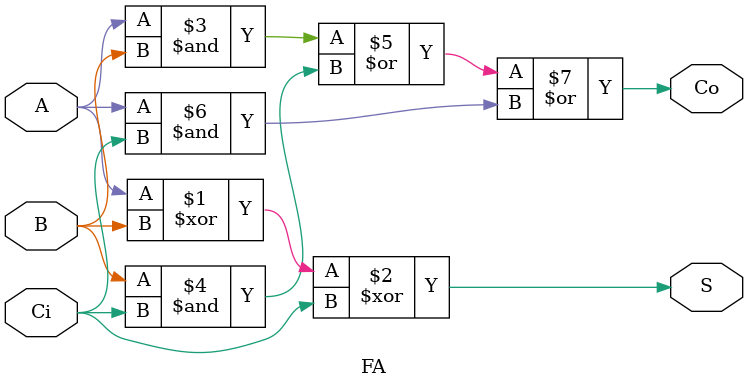
<source format=sv>
`timescale 1ns / 1ps

//////////////////////////////////////////////////////////////////////////////////

 //CSA with no distincguish of i index to sum up the output as RCA DOES.
module HA (A,B,S,Co);
input  A ;
input  B ;
output S; 
output Co;
assign S=A^B;
assign Co=(A&B);
endmodule

module FA (A,B,Ci,S,Co);
input  A ;
input  B ;
input  Ci;
output S; 
output Co;
//reg S; 
//reg Co;
assign  S=A^B^Ci;
assign  Co=(A&B)|(B&Ci)|(A&Ci);
endmodule

</source>
